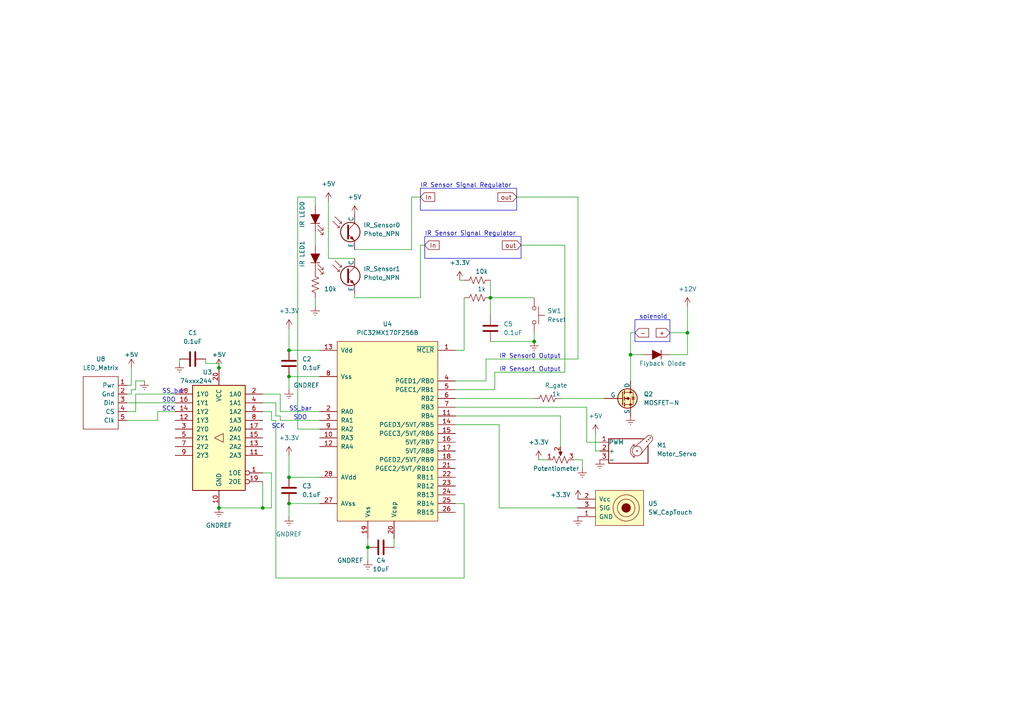
<source format=kicad_sch>
(kicad_sch (version 20230121) (generator eeschema)
  (paper "A4")
  (lib_symbols
    (symbol "ME218_BaseLib:74xxx244" (pin_names (offset 1.016))
      (property "Reference" "U" (at -7.62 16.51 0))
      (property "Value" "74xxx244" (at -7.62 -16.51 0))
      (symbol "74xxx244_1_0"
        (polyline (pts (xy 1.27 0) (xy -1.27 1.27) (xy -1.27 -1.27) (xy 1.27 0)) (stroke (width 0.1524)))
        (pin input inverted (at -12.7 -10.16 0) (length 5.08) (name "1OE") (number "1"))
        (pin power_in line (at 0 -20.32 90) (length 5.08) (name "GND") (number "10"))
        (pin input line (at -12.7 -5.08 0) (length 5.08) (name "2A3") (number "11"))
        (pin output line (at 12.7 5.08 180) (length 5.08) (name "1Y3") (number "12"))
        (pin input line (at -12.7 -2.54 0) (length 5.08) (name "2A2") (number "13"))
        (pin output line (at 12.7 7.62 180) (length 5.08) (name "1Y2") (number "14"))
        (pin input line (at -12.7 0 0) (length 5.08) (name "2A1") (number "15"))
        (pin output line (at 12.7 10.16 180) (length 5.08) (name "1Y1") (number "16"))
        (pin input line (at -12.7 2.54 0) (length 5.08) (name "2A0") (number "17"))
        (pin output line (at 12.7 12.7 180) (length 5.08) (name "1Y0") (number "18"))
        (pin input inverted (at -12.7 -12.7 0) (length 5.08) (name "2OE") (number "19"))
        (pin input line (at -12.7 12.7 0) (length 5.08) (name "1A0") (number "2"))
        (pin power_in line (at 0 20.32 270) (length 5.08) (name "VCC") (number "20"))
        (pin output line (at 12.7 2.54 180) (length 5.08) (name "2Y0") (number "3"))
        (pin input line (at -12.7 10.16 0) (length 5.08) (name "1A1") (number "4"))
        (pin output line (at 12.7 0 180) (length 5.08) (name "2Y1") (number "5"))
        (pin input line (at -12.7 7.62 0) (length 5.08) (name "1A2") (number "6"))
        (pin output line (at 12.7 -2.54 180) (length 5.08) (name "2Y2") (number "7"))
        (pin input line (at -12.7 5.08 0) (length 5.08) (name "1A3") (number "8"))
        (pin output line (at 12.7 -5.08 180) (length 5.08) (name "2Y3") (number "9"))
      )
      (symbol "74xxx244_1_1"
        (rectangle (start -7.62 15.24) (end 7.62 -15.24) (stroke (width 0.254)) (fill (type background)))
      )
    )
    (symbol "ME218_BaseLib:Cap" (pin_numbers hide) (pin_names (offset 0.254))
      (property "Reference" "C" (at 0.635 2.54 0))
      (property "Value" "Cap" (at 0.635 -2.54 0))
      (symbol "Cap_0_1"
        (polyline (pts (xy -2.032 -0.762) (xy 2.032 -0.762)) (stroke (width 0.508)))
        (polyline (pts (xy -2.032 0.762) (xy 2.032 0.762)) (stroke (width 0.508)))
      )
      (symbol "Cap_1_1"
        (pin passive line (at 0 3.81 270) (length 2.794) (name "~") (number "1"))
        (pin passive line (at 0 -3.81 90) (length 2.794) (name "~") (number "2"))
      )
    )
    (symbol "ME218_BaseLib:Diode" (pin_numbers hide) (pin_names (offset 1.016) hide)
      (property "Reference" "D" (at 0 2.54 0))
      (property "Value" "Diode" (at 0 -2.54 0))
      (symbol "Diode_0_1"
        (polyline (pts (xy -1.27 1.27) (xy -1.27 -1.27)) (stroke (width 0.2032)))
        (polyline (pts (xy 1.27 0) (xy -1.27 0)))
        (polyline (pts (xy 1.27 1.27) (xy 1.27 -1.27) (xy -1.27 0) (xy 1.27 1.27)) (stroke (width 0.2032)) (fill (type outline)))
      )
      (symbol "Diode_1_1"
        (pin passive line (at -3.81 0 0) (length 2.54) (name "K") (number "1"))
        (pin passive line (at 3.81 0 180) (length 2.54) (name "A") (number "2"))
      )
    )
    (symbol "ME218_BaseLib:LED" (pin_numbers hide) (pin_names (offset 1.016) hide)
      (property "Reference" "D" (at 0 2.54 0))
      (property "Value" "LED" (at 0 -2.54 0))
      (symbol "LED_0_1"
        (polyline (pts (xy -1.27 -1.27) (xy -1.27 1.27)) (stroke (width 0.2032)))
        (polyline (pts (xy -1.27 0) (xy 1.27 0)))
        (polyline (pts (xy 1.27 -1.27) (xy 1.27 1.27) (xy -1.27 0) (xy 1.27 -1.27)) (stroke (width 0.2032)) (fill (type outline)))
        (polyline (pts (xy -3.048 -0.762) (xy -4.572 -2.286) (xy -3.81 -2.286) (xy -4.572 -2.286) (xy -4.572 -1.524)))
        (polyline (pts (xy -1.778 -0.762) (xy -3.302 -2.286) (xy -2.54 -2.286) (xy -3.302 -2.286) (xy -3.302 -1.524)))
      )
      (symbol "LED_1_1"
        (pin passive line (at -3.81 0 0) (length 2.54) (name "K") (number "1"))
        (pin passive line (at 3.81 0 180) (length 2.54) (name "A") (number "2"))
      )
    )
    (symbol "ME218_BaseLib:LED_Matrix" (pin_names (offset 1.016))
      (property "Reference" "U" (at 1.27 17.78 0))
      (property "Value" "LED_Matrix" (at 5.08 0 0))
      (symbol "LED_Matrix_0_1"
        (rectangle (start 0 16.51) (end 10.16 1.27))
      )
      (symbol "LED_Matrix_1_1"
        (pin power_in line (at 12.7 13.97 180) (length 2.54) (name "Pwr") (number "1"))
        (pin power_in line (at 12.7 11.43 180) (length 2.54) (name "Gnd") (number "2"))
        (pin input line (at 12.7 8.89 180) (length 2.54) (name "Din") (number "3"))
        (pin input line (at 12.7 6.35 180) (length 2.54) (name "CS") (number "4"))
        (pin input line (at 12.7 3.81 180) (length 2.54) (name "Clk") (number "5"))
      )
    )
    (symbol "ME218_BaseLib:MCP6294"
      (property "Reference" "U" (at 1.27 5.08 0))
      (property "Value" "MCP6294" (at 3.81 -5.08 0))
      (symbol "MCP6294_0_1"
        (polyline (pts (xy -5.08 5.08) (xy 5.08 0) (xy -5.08 -5.08) (xy -5.08 5.08)) (stroke (width 0.1524)) (fill (type background)))
        (pin power_in line (at -2.54 -7.62 90) (length 3.81) (name "V-") (number "11"))
        (pin power_in line (at -2.54 7.62 270) (length 3.81) (name "V+") (number "4"))
      )
      (symbol "MCP6294_1_1"
        (pin output line (at 7.62 0 180) (length 2.54) (name "~") (number "1"))
        (pin input line (at -7.62 2.54 0) (length 2.54) (name "-") (number "2"))
        (pin input line (at -7.62 -2.54 0) (length 2.54) (name "+") (number "3"))
      )
      (symbol "MCP6294_2_1"
        (pin input line (at -7.62 -2.54 0) (length 2.54) (name "+") (number "5"))
        (pin input line (at -7.62 2.54 0) (length 2.54) (name "-") (number "6"))
        (pin output line (at 7.62 0 180) (length 2.54) (name "~") (number "7"))
      )
      (symbol "MCP6294_3_1"
        (pin input line (at -7.62 -2.54 0) (length 2.54) (name "+") (number "10"))
        (pin output line (at 7.62 0 180) (length 2.54) (name "~") (number "8"))
        (pin input line (at -7.62 2.54 0) (length 2.54) (name "-") (number "9"))
      )
      (symbol "MCP6294_4_1"
        (pin input line (at -7.62 -2.54 0) (length 2.54) (name "+") (number "12"))
        (pin input line (at -7.62 2.54 0) (length 2.54) (name "-") (number "13"))
        (pin output line (at 7.62 0 180) (length 2.54) (name "~") (number "14"))
      )
    )
    (symbol "ME218_BaseLib:MOSFET-N" (pin_numbers hide) (pin_names (offset 0))
      (property "Reference" "Q" (at 5.08 1.27 0))
      (property "Value" "MOSFET-N" (at 5.08 -1.27 0))
      (symbol "MOSFET-N_0_1"
        (polyline (pts (xy 0.0508 0) (xy 0.254 0)))
        (polyline (pts (xy 0.762 -1.778) (xy 2.54 -1.778)))
        (polyline (pts (xy 0.762 -1.27) (xy 0.762 -2.286)) (stroke (width 0.254)))
        (polyline (pts (xy 0.762 0) (xy 2.54 0)))
        (polyline (pts (xy 0.762 0.508) (xy 0.762 -0.508)) (stroke (width 0.254)))
        (polyline (pts (xy 0.762 1.778) (xy 2.54 1.778)))
        (polyline (pts (xy 0.762 2.286) (xy 0.762 1.27)) (stroke (width 0.254)))
        (polyline (pts (xy 2.54 -1.778) (xy 2.54 -2.54)))
        (polyline (pts (xy 2.54 -1.778) (xy 2.54 0)))
        (polyline (pts (xy 2.54 2.54) (xy 2.54 1.778)))
        (polyline (pts (xy 0.254 1.905) (xy 0.254 -1.905) (xy 0.254 -1.905)) (stroke (width 0.254)))
        (polyline (pts (xy 1.016 0) (xy 2.032 0.381) (xy 2.032 -0.381) (xy 1.016 0)) (fill (type outline)))
        (polyline (pts (xy 2.54 -1.778) (xy 3.302 -1.778) (xy 3.302 1.778) (xy 2.54 1.778)))
        (polyline (pts (xy 2.794 0.508) (xy 2.921 0.381) (xy 3.683 0.381) (xy 3.81 0.254)))
        (polyline (pts (xy 3.302 0.381) (xy 2.921 -0.254) (xy 3.683 -0.254) (xy 3.302 0.381)))
        (circle (center 1.651 0) (radius 2.8194) (stroke (width 0.254)) (fill (type background)))
        (circle (center 2.54 -1.778) (radius 0.2794) (fill (type outline)))
        (circle (center 2.54 1.778) (radius 0.2794) (fill (type outline)))
      )
      (symbol "MOSFET-N_1_1"
        (pin passive line (at 2.54 5.08 270) (length 2.54) (name "D") (number "1"))
        (pin input line (at -5.08 0 0) (length 5.08) (name "G") (number "2"))
        (pin passive line (at 2.54 -5.08 90) (length 2.54) (name "S") (number "3"))
      )
    )
    (symbol "ME218_BaseLib:Motor_Servo" (pin_names (offset 0.0254))
      (property "Reference" "M" (at -5.08 4.445 0))
      (property "Value" "Motor_Servo" (at -5.08 -4.064 0))
      (symbol "Motor_Servo_0_1"
        (polyline (pts (xy 2.413 -1.778) (xy 2.032 -1.778)))
        (polyline (pts (xy 2.413 -1.778) (xy 2.286 -1.397)))
        (polyline (pts (xy 2.413 1.778) (xy 1.905 1.778)))
        (polyline (pts (xy 2.413 1.778) (xy 2.286 1.397)))
        (polyline (pts (xy 6.35 4.445) (xy 2.54 1.27)))
        (polyline (pts (xy 7.62 3.175) (xy 4.191 -1.016)))
        (polyline (pts (xy 5.08 3.556) (xy -5.08 3.556) (xy -5.08 -3.556) (xy 6.35 -3.556) (xy 6.35 1.524)) (stroke (width 0.254)))
        (arc (start 2.413 1.778) (mid 1.2406 0) (end 2.413 -1.778))
        (circle (center 3.175 0) (radius 0.1778))
        (circle (center 3.175 0) (radius 1.4224))
        (circle (center 5.969 2.794) (radius 0.127))
        (circle (center 6.477 3.302) (radius 0.127))
        (circle (center 6.985 3.81) (radius 0.127))
        (arc (start 7.62 3.175) (mid 7.4485 4.2735) (end 6.35 4.445))
      )
      (symbol "Motor_Servo_1_1"
        (pin passive line (at -7.62 2.54 0) (length 2.54) (name "PWM") (number "1"))
        (pin passive line (at -7.62 0 0) (length 2.54) (name "+") (number "2"))
        (pin passive line (at -7.62 -2.54 0) (length 2.54) (name "-") (number "3"))
      )
    )
    (symbol "ME218_BaseLib:PIC32MX170F256B" (pin_names (offset 1.016))
      (property "Reference" "U" (at -20.32 25.4 0))
      (property "Value" "PIC32MX170F256B" (at -7.62 25.4 0))
      (symbol "PIC32MX170F256B_0_1"
        (rectangle (start -21.59 24.13) (end 7.62 -27.94) (fill (type background)))
      )
      (symbol "PIC32MX170F256B_1_1"
        (pin input line (at 12.7 21.59 180) (length 5.08) (name "~{MCLR}") (number "1"))
        (pin bidirectional line (at -26.67 -3.81 0) (length 5.08) (name "RA3") (number "10"))
        (pin bidirectional line (at 12.7 2.54 180) (length 5.08) (name "RB4") (number "11"))
        (pin bidirectional line (at -26.67 -6.35 0) (length 5.08) (name "RA4") (number "12"))
        (pin power_in line (at -26.67 21.59 0) (length 5.08) (name "Vdd") (number "13"))
        (pin bidirectional line (at 12.7 0 180) (length 5.08) (name "PGED3/5VT/RB5") (number "14"))
        (pin bidirectional line (at 12.7 -2.54 180) (length 5.08) (name "PGEC3/5VT/RB6") (number "15"))
        (pin bidirectional line (at 12.7 -5.08 180) (length 5.08) (name "5VT/RB7") (number "16"))
        (pin bidirectional line (at 12.7 -7.62 180) (length 5.08) (name "5VT/RB8") (number "17"))
        (pin bidirectional line (at 12.7 -10.16 180) (length 5.08) (name "PGED2/5VT/RB9") (number "18"))
        (pin power_in line (at -12.7 -33.02 90) (length 5.08) (name "Vss") (number "19"))
        (pin bidirectional line (at -26.67 3.81 0) (length 5.08) (name "RA0") (number "2"))
        (pin input line (at -5.08 -33.02 90) (length 5.08) (name "Vcap") (number "20"))
        (pin bidirectional line (at 12.7 -12.7 180) (length 5.08) (name "PGEC2/5VT/RB10") (number "21"))
        (pin bidirectional line (at 12.7 -15.24 180) (length 5.08) (name "RB11") (number "22"))
        (pin bidirectional line (at 12.7 -17.78 180) (length 5.08) (name "RB12") (number "23"))
        (pin bidirectional line (at 12.7 -20.32 180) (length 5.08) (name "RB13") (number "24"))
        (pin bidirectional line (at 12.7 -22.86 180) (length 5.08) (name "RB14") (number "25"))
        (pin bidirectional line (at 12.7 -25.4 180) (length 5.08) (name "RB15") (number "26"))
        (pin power_in line (at -26.67 -22.86 0) (length 5.08) (name "AVss") (number "27"))
        (pin power_in line (at -26.67 -15.24 0) (length 5.08) (name "AVdd") (number "28"))
        (pin bidirectional line (at -26.67 1.27 0) (length 5.08) (name "RA1") (number "3"))
        (pin bidirectional line (at 12.7 12.7 180) (length 5.08) (name "PGED1/RB0") (number "4"))
        (pin bidirectional line (at 12.7 10.16 180) (length 5.08) (name "PGEC1/RB1") (number "5"))
        (pin bidirectional line (at 12.7 7.62 180) (length 5.08) (name "RB2") (number "6"))
        (pin bidirectional line (at 12.7 5.08 180) (length 5.08) (name "RB3") (number "7"))
        (pin power_in line (at -26.67 13.97 0) (length 5.08) (name "Vss") (number "8"))
        (pin bidirectional line (at -26.67 -1.27 0) (length 5.08) (name "RA2") (number "9"))
      )
    )
    (symbol "ME218_BaseLib:Photo_NPN" (pin_numbers hide) (pin_names (offset 0))
      (property "Reference" "Q" (at 5.08 1.27 0))
      (property "Value" "Photo_NPN" (at 5.08 -1.27 0))
      (symbol "Photo_NPN_0_1"
        (polyline (pts (xy -1.905 1.27) (xy -2.54 1.27)))
        (polyline (pts (xy -1.27 2.54) (xy -1.905 2.54)))
        (polyline (pts (xy 0.635 0.635) (xy 2.54 2.54)))
        (polyline (pts (xy -3.81 3.175) (xy -1.905 1.27) (xy -1.905 1.905)))
        (polyline (pts (xy -3.175 4.445) (xy -1.27 2.54) (xy -1.27 3.175)))
        (polyline (pts (xy 0.635 -0.635) (xy 2.54 -2.54) (xy 2.54 -2.54)))
        (polyline (pts (xy 0.635 1.905) (xy 0.635 -1.905) (xy 0.635 -1.905)) (stroke (width 0.508)))
        (polyline (pts (xy 1.27 -1.778) (xy 1.778 -1.27) (xy 2.286 -2.286) (xy 1.27 -1.778) (xy 1.27 -1.778)) (fill (type outline)))
        (circle (center 1.27 0) (radius 2.8194) (stroke (width 0.254)))
      )
      (symbol "Photo_NPN_1_1"
        (pin passive line (at 2.54 5.08 270) (length 2.54) (name "C") (number "1"))
        (pin passive line (at 2.54 -5.08 90) (length 2.54) (name "E") (number "2"))
      )
    )
    (symbol "ME218_BaseLib:RPot1" (pin_names (offset 1.016) hide)
      (property "Reference" "RV" (at -4.445 0 90))
      (property "Value" "RPot1" (at -2.54 0 90))
      (symbol "RPot1_0_1"
        (polyline (pts (xy 0 -2.286) (xy 0 -2.54)))
        (polyline (pts (xy 0 2.54) (xy 0 2.286)))
        (polyline (pts (xy 2.54 0) (xy 1.524 0)))
        (polyline (pts (xy 1.143 0) (xy 2.286 0.508) (xy 2.286 -0.508) (xy 1.143 0)) (fill (type outline)))
        (polyline (pts (xy 0 -0.762) (xy 1.016 -1.143) (xy 0 -1.524) (xy -1.016 -1.905) (xy 0 -2.286)))
        (polyline (pts (xy 0 0.762) (xy 1.016 0.381) (xy 0 0) (xy -1.016 -0.381) (xy 0 -0.762)))
        (polyline (pts (xy 0 2.286) (xy 1.016 1.905) (xy 0 1.524) (xy -1.016 1.143) (xy 0 0.762)))
      )
      (symbol "RPot1_1_1"
        (pin passive line (at 0 3.81 270) (length 1.27) (name "1") (number "1"))
        (pin passive line (at 3.81 0 180) (length 1.27) (name "2") (number "2"))
        (pin passive line (at 0 -3.81 90) (length 1.27) (name "3") (number "3"))
      )
    )
    (symbol "ME218_BaseLib:Res1" (pin_numbers hide) (pin_names (offset 0))
      (property "Reference" "R" (at 2.54 0 90))
      (property "Value" "Res1" (at -2.54 0 90))
      (symbol "Res1_0_1"
        (polyline (pts (xy 0 -2.286) (xy 0 -2.54)))
        (polyline (pts (xy 0 2.286) (xy 0 2.54)))
        (polyline (pts (xy 0 -0.762) (xy 1.016 -1.143) (xy 0 -1.524) (xy -1.016 -1.905) (xy 0 -2.286)))
        (polyline (pts (xy 0 0.762) (xy 1.016 0.381) (xy 0 0) (xy -1.016 -0.381) (xy 0 -0.762)))
        (polyline (pts (xy 0 2.286) (xy 1.016 1.905) (xy 0 1.524) (xy -1.016 1.143) (xy 0 0.762)))
      )
      (symbol "Res1_1_1"
        (pin passive line (at 0 3.81 270) (length 1.27) (name "~") (number "1"))
        (pin passive line (at 0 -3.81 90) (length 1.27) (name "~") (number "2"))
      )
    )
    (symbol "ME218_BaseLib:SW-PB" (pin_numbers hide) (pin_names (offset 1.016) hide)
      (property "Reference" "SW" (at 1.27 2.54 0))
      (property "Value" "SW-PB" (at 0 -1.524 0))
      (symbol "SW-PB_0_1"
        (circle (center -2.032 0) (radius 0.508))
        (polyline (pts (xy 0 1.27) (xy 0 3.048)))
        (polyline (pts (xy 2.54 1.27) (xy -2.54 1.27)))
        (circle (center 2.032 0) (radius 0.508))
        (pin passive line (at -5.08 0 0) (length 2.54) (name "1") (number "1"))
        (pin passive line (at 5.08 0 180) (length 2.54) (name "2") (number "2"))
      )
    )
    (symbol "ME218_BaseLib:SW_CapTouch" (pin_names (offset 1.016))
      (property "Reference" "U" (at -3.81 6.35 0))
      (property "Value" "SW_CapTouch" (at 2.54 -6.35 0))
      (symbol "SW_CapTouch_0_1"
        (rectangle (start -5.08 5.08) (end 8.89 -5.08) (fill (type background)))
        (circle (center 3.81 0) (radius 1.27) (fill (type outline)))
        (circle (center 3.81 0) (radius 2.54))
        (circle (center 3.81 0) (radius 3.81))
      )
      (symbol "SW_CapTouch_1_1"
        (pin power_in line (at -10.16 -2.54 0) (length 5.08) (name "GND") (number "1"))
        (pin power_in line (at -10.16 2.54 0) (length 5.08) (name "Vcc") (number "2"))
        (pin output line (at -10.16 0 0) (length 5.08) (name "SIG") (number "3"))
      )
    )
    (symbol "power:+12V" (power) (pin_names (offset 0))
      (property "Value" "+12V" (at 0 3.556 0))
      (symbol "+12V_0_1"
        (polyline (pts (xy -0.762 1.27) (xy 0 2.54)))
        (polyline (pts (xy 0 0) (xy 0 2.54)))
        (polyline (pts (xy 0 2.54) (xy 0.762 1.27)))
      )
      (symbol "+12V_1_1"
        (pin power_in line (at 0 0 90) (length 0) hide (name "+12V") (number "1"))
      )
    )
    (symbol "power:+3.3V" (power) (pin_names (offset 0))
      (property "Value" "+3.3V" (at 0 3.556 0))
      (symbol "+3.3V_0_1"
        (polyline (pts (xy -0.762 1.27) (xy 0 2.54)))
        (polyline (pts (xy 0 0) (xy 0 2.54)))
        (polyline (pts (xy 0 2.54) (xy 0.762 1.27)))
      )
      (symbol "+3.3V_1_1"
        (pin power_in line (at 0 0 90) (length 0) hide (name "+3.3V") (number "1"))
      )
    )
    (symbol "power:+5V" (power) (pin_names (offset 0))
      (property "Value" "+5V" (at 0 3.556 0))
      (symbol "+5V_0_1"
        (polyline (pts (xy -0.762 1.27) (xy 0 2.54)))
        (polyline (pts (xy 0 0) (xy 0 2.54)))
        (polyline (pts (xy 0 2.54) (xy 0.762 1.27)))
      )
      (symbol "+5V_1_1"
        (pin power_in line (at 0 0 90) (length 0) hide (name "+5V") (number "1"))
      )
    )
    (symbol "power:GNDREF" (power) (pin_names (offset 0))
      (property "Value" "GNDREF" (at 0 -3.81 0))
      (symbol "GNDREF_0_1"
        (polyline (pts (xy -0.635 -1.905) (xy 0.635 -1.905)))
        (polyline (pts (xy -0.127 -2.54) (xy 0.127 -2.54)))
        (polyline (pts (xy 0 -1.27) (xy 0 0)))
        (polyline (pts (xy 1.27 -1.27) (xy -1.27 -1.27)))
      )
      (symbol "GNDREF_1_1"
        (pin power_in line (at 0 0 270) (length 0) hide (name "GNDREF") (number "1"))
      )
    )
  )
  (junction (at 83.82 146.05))
  (junction (at 359.41 50.8))
  (junction (at 334.01 66.04))
  (junction (at 106.68 158.75))
  (junction (at 379.73 68.58))
  (junction (at 379.73 71.12))
  (junction (at 416.56 67.31))
  (junction (at 398.78 57.15))
  (junction (at 154.94 99.06))
  (junction (at 346.71 50.8))
  (junction (at 365.76 63.5))
  (junction (at 412.75 67.31))
  (junction (at 351.79 50.8))
  (junction (at 63.5 106.68))
  (junction (at 199.39 96.52))
  (junction (at 63.5 147.32))
  (junction (at 83.82 138.43))
  (junction (at 76.2 147.32))
  (junction (at 379.73 63.5))
  (junction (at 182.88 102.87))
  (junction (at 83.82 101.6))
  (junction (at 142.24 86.36))
  (junction (at 393.7 68.58))
  (junction (at 83.82 109.22))
  (wire (pts (xy 91.44 88.9) (xy 91.44 86.36)))
  (wire (pts (xy 36.83 114.3) (xy 38.1 114.3)))
  (wire (pts (xy 59.69 105.41) (xy 63.5 105.41)))
  (wire (pts (xy 132.08 120.65) (xy 162.56 120.65)))
  (wire (pts (xy 142.24 99.06) (xy 154.94 99.06)))
  (wire (pts (xy 38.1 113.03) (xy 39.37 113.03)))
  (wire (pts (xy 121.92 71.12) (xy 123.19 71.12)))
  (wire (pts (xy 172.72 130.81) (xy 173.99 130.81)))
  (wire (pts (xy 45.72 119.38) (xy 50.8 119.38)))
  (wire (pts (xy 83.82 113.03) (xy 83.82 109.22)))
  (wire (pts (xy 81.28 120.65) (xy 80.01 120.65)))
  (wire (pts (xy 379.73 71.12) (xy 379.73 68.58)))
  (wire (pts (xy 83.82 146.05) (xy 92.71 146.05)))
  (wire (pts (xy 134.62 167.64) (xy 134.62 146.05)))
  (wire (pts (xy 80.01 121.92) (xy 78.74 121.92)))
  (wire (pts (xy 154.94 96.52) (xy 154.94 99.06)))
  (wire (pts (xy 132.08 110.49) (xy 140.97 110.49)))
  (wire (pts (xy 194.31 96.52) (xy 199.39 96.52)))
  (wire (pts (xy 76.2 139.7) (xy 76.2 147.32)))
  (wire (pts (xy 38.1 111.76) (xy 38.1 106.68)))
  (wire (pts (xy 80.01 116.84) (xy 76.2 116.84)))
  (wire (pts (xy 83.82 138.43) (xy 83.82 132.08)))
  (wire (pts (xy 416.56 67.31) (xy 412.75 67.31)))
  (wire (pts (xy 39.37 114.3) (xy 50.8 114.3)))
  (wire (pts (xy 162.56 115.57) (xy 175.26 115.57)))
  (wire (pts (xy 182.88 102.87) (xy 186.69 102.87)))
  (wire (pts (xy 102.87 72.39) (xy 119.38 72.39)))
  (wire (pts (xy 393.7 83.82) (xy 397.51 83.82)))
  (wire (pts (xy 144.78 147.32) (xy 144.78 123.19)))
  (wire (pts (xy 365.76 50.8) (xy 365.76 63.5)))
  (wire (pts (xy 334.01 66.04) (xy 350.52 66.04)))
  (wire (pts (xy 405.13 83.82) (xy 412.75 83.82)))
  (wire (pts (xy 78.74 137.16) (xy 78.74 147.32)))
  (wire (pts (xy 339.09 50.8) (xy 346.71 50.8)))
  (wire (pts (xy 102.87 86.36) (xy 121.92 86.36)))
  (wire (pts (xy 170.18 118.11) (xy 170.18 128.27)))
  (wire (pts (xy 38.1 114.3) (xy 38.1 113.03)))
  (wire (pts (xy 102.87 85.09) (xy 102.87 86.36)))
  (wire (pts (xy 134.62 86.36) (xy 134.62 101.6)))
  (wire (pts (xy 412.75 83.82) (xy 412.75 67.31)))
  (wire (pts (xy 199.39 102.87) (xy 199.39 96.52)))
  (wire (pts (xy 416.56 64.77) (xy 416.56 67.31)))
  (wire (pts (xy 81.28 114.3) (xy 81.28 119.38)))
  (wire (pts (xy 132.08 115.57) (xy 154.94 115.57)))
  (wire (pts (xy 39.37 119.38) (xy 36.83 119.38)))
  (wire (pts (xy 134.62 101.6) (xy 132.08 101.6)))
  (wire (pts (xy 140.97 104.14) (xy 167.64 104.14)))
  (wire (pts (xy 162.56 120.65) (xy 162.56 129.54)))
  (wire (pts (xy 83.82 101.6) (xy 83.82 95.25)))
  (wire (pts (xy 39.37 113.03) (xy 39.37 110.49)))
  (wire (pts (xy 167.64 147.32) (xy 144.78 147.32)))
  (wire (pts (xy 102.87 74.93) (xy 95.25 74.93)))
  (wire (pts (xy 95.25 58.42) (xy 95.25 74.93)))
  (wire (pts (xy 134.62 146.05) (xy 132.08 146.05)))
  (wire (pts (xy 166.37 133.35) (xy 168.91 133.35)))
  (wire (pts (xy 182.88 96.52) (xy 184.15 96.52)))
  (wire (pts (xy 398.78 57.15) (xy 416.56 57.15)))
  (wire (pts (xy 81.28 121.92) (xy 81.28 120.65)))
  (wire (pts (xy 359.41 40.64) (xy 359.41 50.8)))
  (wire (pts (xy 80.01 121.92) (xy 80.01 167.64)))
  (wire (pts (xy 142.24 91.44) (xy 142.24 86.36)))
  (wire (pts (xy 39.37 114.3) (xy 39.37 119.38)))
  (wire (pts (xy 151.13 71.12) (xy 163.83 71.12)))
  (wire (pts (xy 398.78 57.15) (xy 398.78 58.42)))
  (wire (pts (xy 45.72 119.38) (xy 45.72 121.92)))
  (wire (pts (xy 36.83 111.76) (xy 38.1 111.76)))
  (wire (pts (xy 379.73 62.23) (xy 379.73 63.5)))
  (wire (pts (xy 142.24 81.28) (xy 142.24 86.36)))
  (wire (pts (xy 45.72 121.92) (xy 36.83 121.92)))
  (wire (pts (xy 78.74 121.92) (xy 78.74 119.38)))
  (wire (pts (xy 114.3 156.21) (xy 114.3 158.75)))
  (wire (pts (xy 119.38 57.15) (xy 121.92 57.15)))
  (wire (pts (xy 379.73 52.07) (xy 379.73 54.61)))
  (wire (pts (xy 63.5 105.41) (xy 63.5 106.68)))
  (wire (pts (xy 39.37 110.49) (xy 41.91 110.49)))
  (wire (pts (xy 167.64 57.15) (xy 167.64 104.14)))
  (wire (pts (xy 346.71 50.8) (xy 346.71 60.96)))
  (wire (pts (xy 199.39 96.52) (xy 199.39 88.9)))
  (wire (pts (xy 86.36 57.15) (xy 86.36 124.46)))
  (wire (pts (xy 76.2 137.16) (xy 78.74 137.16)))
  (wire (pts (xy 149.86 57.15) (xy 167.64 57.15)))
  (wire (pts (xy 379.73 68.58) (xy 393.7 68.58)))
  (wire (pts (xy 106.68 156.21) (xy 106.68 158.75)))
  (wire (pts (xy 140.97 110.49) (xy 140.97 104.14)))
  (wire (pts (xy 81.28 114.3) (xy 76.2 114.3)))
  (wire (pts (xy 351.79 40.64) (xy 351.79 50.8)))
  (wire (pts (xy 163.83 107.95) (xy 143.51 107.95)))
  (wire (pts (xy 379.73 63.5) (xy 393.7 63.5)))
  (wire (pts (xy 355.6 58.42) (xy 355.6 55.88)))
  (wire (pts (xy 92.71 121.92) (xy 81.28 121.92)))
  (wire (pts (xy 83.82 109.22) (xy 92.71 109.22)))
  (wire (pts (xy 143.51 107.95) (xy 143.51 113.03)))
  (wire (pts (xy 168.91 133.35) (xy 168.91 135.89)))
  (wire (pts (xy 80.01 167.64) (xy 134.62 167.64)))
  (wire (pts (xy 78.74 119.38) (xy 76.2 119.38)))
  (wire (pts (xy 121.92 86.36) (xy 121.92 71.12)))
  (wire (pts (xy 142.24 86.36) (xy 154.94 86.36)))
  (wire (pts (xy 182.88 102.87) (xy 182.88 96.52)))
  (wire (pts (xy 91.44 59.69) (xy 91.44 57.15)))
  (wire (pts (xy 132.08 113.03) (xy 143.51 113.03)))
  (wire (pts (xy 379.73 68.58) (xy 379.73 63.5)))
  (wire (pts (xy 393.7 83.82) (xy 393.7 68.58)))
  (wire (pts (xy 182.88 110.49) (xy 182.88 102.87)))
  (wire (pts (xy 76.2 147.32) (xy 63.5 147.32)))
  (wire (pts (xy 416.56 67.31) (xy 422.91 67.31)))
  (wire (pts (xy 172.72 125.73) (xy 172.72 130.81)))
  (wire (pts (xy 81.28 119.38) (xy 92.71 119.38)))
  (wire (pts (xy 83.82 138.43) (xy 92.71 138.43)))
  (wire (pts (xy 134.62 81.28) (xy 133.35 81.28)))
  (wire (pts (xy 83.82 101.6) (xy 92.71 101.6)))
  (wire (pts (xy 144.78 123.19) (xy 132.08 123.19)))
  (wire (pts (xy 91.44 67.31) (xy 91.44 71.12)))
  (wire (pts (xy 412.75 67.31) (xy 408.94 67.31)))
  (wire (pts (xy 106.68 162.56) (xy 106.68 158.75)))
  (wire (pts (xy 83.82 149.86) (xy 83.82 146.05)))
  (wire (pts (xy 346.71 50.8) (xy 351.79 50.8)))
  (wire (pts (xy 91.44 57.15) (xy 86.36 57.15)))
  (wire (pts (xy 59.69 104.14) (xy 59.69 105.41)))
  (wire (pts (xy 36.83 116.84) (xy 50.8 116.84)))
  (wire (pts (xy 132.08 118.11) (xy 170.18 118.11)))
  (wire (pts (xy 86.36 124.46) (xy 92.71 124.46)))
  (wire (pts (xy 408.94 67.31) (xy 408.94 66.04)))
  (wire (pts (xy 339.09 40.64) (xy 339.09 50.8)))
  (wire (pts (xy 359.41 50.8) (xy 365.76 50.8)))
  (wire (pts (xy 346.71 60.96) (xy 350.52 60.96)))
  (wire (pts (xy 365.76 63.5) (xy 379.73 63.5)))
  (wire (pts (xy 80.01 120.65) (xy 80.01 116.84)))
  (wire (pts (xy 163.83 71.12) (xy 163.83 107.95)))
  (wire (pts (xy 78.74 147.32) (xy 76.2 147.32)))
  (wire (pts (xy 119.38 72.39) (xy 119.38 57.15)))
  (wire (pts (xy 170.18 128.27) (xy 173.99 128.27)))
  (wire (pts (xy 379.73 72.39) (xy 379.73 71.12)))
  (wire (pts (xy 194.31 102.87) (xy 199.39 102.87)))
  (wire (pts (xy 156.21 133.35) (xy 158.75 133.35)))
  (wire (pts (xy 52.07 105.41) (xy 52.07 104.14)))
  (rectangle (start 326.39 33.02) (end 429.26 87.63))
  (rectangle (start 129.54 140.97) (end 129.54 140.97))
  (rectangle (start 123.19 68.58) (end 151.13 74.93))
  (rectangle (start 121.92 54.61) (end 149.86 60.96))
  (rectangle (start 184.15 92.71) (end 194.31 99.06))
  (text "SS_bar\n" (at 46.99 114.3 0) (effects (font (size 1.27 1.27)) (justify left bottom)))
  (text "SDO" (at 85.09 121.92 0) (effects (font (size 1.27 1.27)) (justify left bottom)))
  (text "IR Sensor1 Output\n" (at 144.78 107.95 0) (effects (font (size 1.27 1.27)) (justify left bottom)))
  (text "SDO" (at 46.99 116.84 0) (effects (font (size 1.27 1.27)) (justify left bottom)))
  (text "IR Sensor0 Output\n" (at 144.78 104.14 0) (effects (font (size 1.27 1.27)) (justify left bottom)))
  (text "IR Sensor Signal Regulator\n" (at 123.19 68.58 0) (effects (font (size 1.27 1.27)) (justify left bottom)))
  (text "SCK\n" (at 46.99 119.38 0) (effects (font (size 1.27 1.27)) (justify left bottom)))
  (text "input\n" (at 340.36 43.18 0) (effects (font (size 1.27 1.27)) (justify left bottom)))
  (text "IR Sensor Signal Regulator\n" (at 363.22 31.75 0) (effects (font (size 1.27 1.27)) (justify left bottom)))
  (text "SS_bar\n" (at 83.82 119.38 0) (effects (font (size 1.27 1.27)) (justify left bottom)))
  (text "solenoid\n" (at 185.42 92.71 0) (effects (font (size 1.27 1.27)) (justify left bottom)))
  (text "SCK\n" (at 78.74 124.46 0) (effects (font (size 1.27 1.27)) (justify left bottom)))
  (text "IR Sensor Signal Regulator\n" (at 121.92 54.61 0) (effects (font (size 1.27 1.27)) (justify left bottom)))
  (label "output" (at 421.64 66.04 0))
  (global_label "+" (shape input) (at 194.31 96.52 180) (property "Intersheetrefs" "${INTERSHEET_REFS}" (effects hide)))
  (global_label "-" (shape input) (at 184.15 96.52 0) (property "Intersheetrefs" "${INTERSHEET_REFS}" (effects hide)))
  (global_label "In" (shape input) (at 123.19 71.12 0) (property "Intersheetrefs" "${INTERSHEET_REFS}" (effects hide)))
  (global_label "out" (shape input) (at 149.86 57.15 180) (property "Intersheetrefs" "${INTERSHEET_REFS}" (effects hide)))
  (global_label "In" (shape input) (at 121.92 57.15 0) (property "Intersheetrefs" "${INTERSHEET_REFS}" (effects hide)))
  (global_label "out" (shape input) (at 151.13 71.12 180) (property "Intersheetrefs" "${INTERSHEET_REFS}" (effects hide)))
  (symbol (lib_id "ME218_BaseLib:Res1") (at 355.6 50.8 90) (unit 1)
    (property "Reference" "R5" (at 355.6 44.45 90))
    (property "Value" "330k" (at 355.6 46.99 90))
  )
  (symbol (lib_id "power:+5V") (at 63.5 106.68 0) (unit 1)
    (property "Reference" "#PWR010" (effects hide))
    (property "Value" "+5V" (at 63.5 102.87 0))
  )
  (symbol (lib_id "power:+5V") (at 398.78 57.15 0) (unit 1)
    (property "Reference" "#PWR023" (effects hide))
    (property "Value" "+3.3V" (at 398.78 53.34 0))
  )
  (symbol (lib_id "ME218_BaseLib:Motor_Servo") (at 181.61 130.81 0) (unit 1)
    (property "Reference" "M1" (at 190.5 129.1066 0) (effects (justify left)))
    (property "Value" "Motor_Servo" (at 190.5 131.6466 0) (effects (justify left)))
  )
  (symbol (lib_id "power:GNDREF") (at 154.94 99.06 0) (unit 1)
    (property "Reference" "#PWR018" (effects hide))
    (property "Value" "GNDREF" (effects hide))
  )
  (symbol (lib_id "ME218_BaseLib:Photo_NPN") (at 100.33 80.01 0) (unit 1)
    (property "Reference" "IR_Sensor1" (at 105.41 77.9907 0) (effects (justify left)))
    (property "Value" "Photo_NPN" (at 105.41 80.5307 0) (effects (justify left)))
  )
  (symbol (lib_id "power:GNDREF") (at 106.68 162.56 0) (unit 1)
    (property "Reference" "#PWR016" (effects hide))
    (property "Value" "GNDREF" (at 101.6 162.56 0))
  )
  (symbol (lib_id "ME218_BaseLib:SW_CapTouch") (at 177.8 147.32 0) (unit 1)
    (property "Reference" "U5" (at 187.96 146.05 0) (effects (justify left)))
    (property "Value" "SW_CapTouch" (at 187.96 148.59 0) (effects (justify left)))
  )
  (symbol (lib_id "power:+5V") (at 102.87 62.23 0) (unit 1)
    (property "Reference" "#PWR029" (effects hide))
    (property "Value" "+5V" (at 102.87 57.15 0))
  )
  (symbol (lib_id "power:GNDREF") (at 379.73 78.74 0) (unit 1)
    (property "Reference" "#PWR09" (effects hide))
    (property "Value" "GNDREF" (at 379.73 83.82 0))
  )
  (symbol (lib_id "ME218_BaseLib:Cap") (at 142.24 95.25 180) (unit 1)
    (property "Reference" "C5" (at 146.05 93.9799 0) (effects (justify right)))
    (property "Value" "0.1uF" (at 146.05 96.5199 0) (effects (justify right)))
  )
  (symbol (lib_id "ME218_BaseLib:Cap") (at 83.82 142.24 180) (unit 1)
    (property "Reference" "C3" (at 87.63 140.9699 0) (effects (justify right)))
    (property "Value" "0.1uF" (at 87.63 143.5099 0) (effects (justify right)))
  )
  (symbol (lib_id "ME218_BaseLib:Photo_NPN") (at 100.33 67.31 0) (unit 1)
    (property "Reference" "IR_Sensor0" (at 105.41 65.2907 0) (effects (justify left)))
    (property "Value" "Photo_NPN" (at 105.41 67.8307 0) (effects (justify left)))
  )
  (symbol (lib_id "ME218_BaseLib:Res1") (at 355.6 40.64 90) (unit 1)
    (property "Reference" "R4" (at 355.6 34.29 90))
    (property "Value" "330k" (at 355.6 36.83 90))
  )
  (symbol (lib_id "power:GNDREF") (at 52.07 105.41 0) (unit 1)
    (property "Reference" "#PWR024" (effects hide))
    (property "Value" "GNDREF" (effects hide))
  )
  (symbol (lib_id "power:+3.3V") (at 83.82 95.25 0) (unit 1)
    (property "Reference" "#PWR012" (effects hide))
    (property "Value" "+3.3V" (at 83.82 90.17 0))
  )
  (symbol (lib_id "ME218_BaseLib:Res1") (at 334.01 62.23 180) (unit 1)
    (property "Reference" "R2" (at 336.55 61.595 0) (effects (justify right)))
    (property "Value" "10k" (at 336.55 64.135 0) (effects (justify right)))
  )
  (symbol (lib_id "power:+12V") (at 199.39 88.9 0) (unit 1)
    (property "Reference" "#PWR02" (effects hide))
    (property "Value" "+12V" (at 199.39 83.82 0))
  )
  (symbol (lib_id "power:+5V") (at 355.6 58.42 0) (unit 1)
    (property "Reference" "#PWR06" (effects hide))
    (property "Value" "+5V" (at 355.6 53.34 0))
  )
  (symbol (lib_id "power:+5V") (at 95.25 58.42 0) (unit 1)
    (property "Reference" "#PWR028" (effects hide))
    (property "Value" "+5V" (at 95.25 53.34 0))
  )
  (symbol (lib_id "ME218_BaseLib:Diode") (at 190.5 102.87 180) (unit 1)
    (property "Reference" "D1" (effects hide))
    (property "Value" "Flyback Diode" (at 185.42 105.41 0) (effects (justify right)))
  )
  (symbol (lib_id "ME218_BaseLib:MCP6294") (at 358.14 63.5 0) (unit 1)
    (property "Reference" "U1" (at 369.57 59.3091 0))
    (property "Value" "MCP6294" (at 369.57 61.8491 0))
  )
  (symbol (lib_id "ME218_BaseLib:RPot1") (at 162.56 133.35 90) (unit 1)
    (property "Reference" "RV1" (effects hide))
    (property "Value" "Potentiometer" (at 161.29 135.89 90))
  )
  (symbol (lib_id "ME218_BaseLib:Res1") (at 416.56 60.96 0) (unit 1)
    (property "Reference" "R_pull1" (at 419.1 59.69 0) (effects (justify left)))
    (property "Value" "3.3k" (at 419.1 62.865 0) (effects (justify left)))
  )
  (symbol (lib_id "power:GNDREF") (at 355.6 71.12 0) (unit 1)
    (property "Reference" "#PWR07" (effects hide))
    (property "Value" "GNDREF" (at 355.6 76.2 0))
  )
  (symbol (lib_id "power:+3.3V") (at 133.35 81.28 0) (unit 1)
    (property "Reference" "#PWR017" (effects hide))
    (property "Value" "+3.3V" (at 133.35 76.2 0))
  )
  (symbol (lib_id "power:+3.3V") (at 156.21 133.35 0) (unit 1)
    (property "Reference" "#PWR020" (effects hide))
    (property "Value" "+3.3V" (at 156.21 128.27 0))
  )
  (symbol (lib_id "ME218_BaseLib:Res1") (at 379.73 58.42 0) (unit 1)
    (property "Reference" "R6" (at 375.92 55.88 0) (effects (justify left)))
    (property "Value" "22k" (at 382.27 60.325 0) (effects (justify left)))
  )
  (symbol (lib_id "ME218_BaseLib:Res1") (at 138.43 81.28 90) (unit 1)
    (property "Reference" "R9" (effects hide))
    (property "Value" "10k" (at 139.7 78.74 90))
  )
  (symbol (lib_id "ME218_BaseLib:LED") (at 91.44 63.5 90) (unit 1)
    (property "Reference" "D3" (effects hide))
    (property "Value" "IR LED0" (at 87.63 62.23 0))
  )
  (symbol (lib_id "power:+3.3V") (at 83.82 132.08 0) (unit 1)
    (property "Reference" "#PWR014" (effects hide))
    (property "Value" "+3.3V" (at 83.82 127 0))
  )
  (symbol (lib_id "power:GNDREF") (at 173.99 133.35 0) (unit 1)
    (property "Reference" "#PWR031" (effects hide))
    (property "Value" "GNDREF" (effects hide))
  )
  (symbol (lib_id "ME218_BaseLib:Cap") (at 110.49 158.75 90) (unit 1)
    (property "Reference" "C4" (at 110.49 162.56 90))
    (property "Value" "10uF" (at 110.49 165.1 90))
  )
  (symbol (lib_id "ME218_BaseLib:Res1") (at 91.44 82.55 0) (unit 1)
    (property "Reference" "R1" (effects hide))
    (property "Value" "10k" (at 93.98 83.82 0) (effects (justify left)))
  )
  (symbol (lib_id "ME218_BaseLib:Cap") (at 83.82 105.41 180) (unit 1)
    (property "Reference" "C2" (at 87.63 104.1399 0) (effects (justify right)))
    (property "Value" "0.1uF" (at 87.63 106.6799 0) (effects (justify right)))
  )
  (symbol (lib_id "power:GNDREF") (at 83.82 149.86 0) (unit 1)
    (property "Reference" "#PWR015" (effects hide))
    (property "Value" "GNDREF" (at 83.82 154.94 0))
  )
  (symbol (lib_id "power:GNDREF") (at 83.82 113.03 0) (unit 1)
    (property "Reference" "#PWR013" (effects hide))
    (property "Value" "GNDREF" (at 88.9 111.76 0))
  )
  (symbol (lib_id "ME218_BaseLib:74xxx244") (at 63.5 127 0) (mirror y) (unit 1)
    (property "Reference" "U3" (at 61.5441 107.95 0) (effects (justify left)))
    (property "Value" "74xxx244" (at 61.5441 110.49 0) (effects (justify left)))
  )
  (symbol (lib_id "ME218_BaseLib:SW-PB") (at 154.94 91.44 270) (unit 1)
    (property "Reference" "SW1" (at 158.75 90.1699 90) (effects (justify left)))
    (property "Value" "Reset" (at 158.75 92.7099 90) (effects (justify left)))
  )
  (symbol (lib_id "power:+5V") (at 172.72 125.73 0) (unit 1)
    (property "Reference" "#PWR032" (effects hide))
    (property "Value" "+5V" (at 172.72 120.65 0))
  )
  (symbol (lib_id "power:GNDREF") (at 182.88 120.65 0) (unit 1)
    (property "Reference" "#PWR01" (effects hide))
    (property "Value" "GNDREF" (effects hide))
  )
  (symbol (lib_id "ME218_BaseLib:Res1") (at 401.32 83.82 90) (unit 1)
    (property "Reference" "R8" (at 401.32 86.36 90))
    (property "Value" "100k" (at 401.32 81.28 90))
  )
  (symbol (lib_id "power:GNDREF") (at 168.91 135.89 0) (unit 1)
    (property "Reference" "#PWR019" (effects hide))
    (property "Value" "GNDREF" (effects hide))
  )
  (symbol (lib_id "power:+3.3V") (at 167.64 144.78 0) (unit 1)
    (property "Reference" "#PWR025" (effects hide))
    (property "Value" "+3.3V" (at 162.56 143.51 0))
  )
  (symbol (lib_id "power:GNDREF") (at 63.5 147.32 0) (unit 1)
    (property "Reference" "#PWR011" (effects hide))
    (property "Value" "GNDREF" (at 63.5 152.4 0))
  )
  (symbol (lib_id "ME218_BaseLib:Cap") (at 55.88 104.14 90) (unit 1)
    (property "Reference" "C1" (at 55.88 96.52 90))
    (property "Value" "0.1uF" (at 55.88 99.06 90))
  )
  (symbol (lib_id "ME218_BaseLib:LED_Matrix") (at 24.13 125.73 0) (unit 1)
    (property "Reference" "U8" (at 29.21 104.14 0))
    (property "Value" "LED_Matrix" (at 29.21 106.68 0))
  )
  (symbol (lib_id "power:GNDREF") (at 334.01 73.66 0) (unit 1)
    (property "Reference" "#PWR05" (effects hide))
    (property "Value" "GNDREF" (at 334.01 78.74 0))
  )
  (symbol (lib_id "ME218_BaseLib:Res1") (at 158.75 115.57 90) (unit 1)
    (property "Reference" "R_gate" (at 161.29 111.76 90))
    (property "Value" "1k" (at 161.29 114.3 90))
  )
  (symbol (lib_id "ME218_BaseLib:MOSFET-N") (at 180.34 115.57 0) (unit 1)
    (property "Reference" "Q2" (at 186.69 114.3 0) (effects (justify left)))
    (property "Value" "MOSFET-N" (at 186.69 116.84 0) (effects (justify left)))
  )
  (symbol (lib_id "power:GNDREF") (at 91.44 88.9 0) (unit 1)
    (property "Reference" "#PWR03" (effects hide))
    (property "Value" "GNDREF" (effects hide))
  )
  (symbol (lib_id "power:GNDREF") (at 167.64 149.86 0) (unit 1)
    (property "Reference" "#PWR026" (effects hide))
    (property "Value" "GNDREF" (effects hide))
  )
  (symbol (lib_id "power:GNDREF") (at 398.78 73.66 0) (unit 1)
    (property "Reference" "#PWR027" (effects hide))
    (property "Value" "GNDREF" (at 398.78 78.74 0))
  )
  (symbol (lib_id "power:+5V") (at 38.1 106.68 0) (unit 1)
    (property "Reference" "#PWR021" (effects hide))
    (property "Value" "+5V" (at 38.1 102.87 0))
  )
  (symbol (lib_id "ME218_BaseLib:LED") (at 91.44 74.93 90) (unit 1)
    (property "Reference" "D2" (effects hide))
    (property "Value" "IR LED1" (at 87.63 73.66 0))
  )
  (symbol (lib_id "ME218_BaseLib:Res1") (at 138.43 86.36 90) (unit 1)
    (property "Reference" "R11" (effects hide))
    (property "Value" "1k" (at 139.7 83.82 90))
  )
  (symbol (lib_id "power:GNDREF") (at 41.91 110.49 0) (unit 1)
    (property "Reference" "#PWR022" (effects hide))
    (property "Value" "GNDREF" (effects hide))
  )
  (symbol (lib_id "ME218_BaseLib:Res1") (at 334.01 69.85 180) (unit 1)
    (property "Reference" "R3" (at 336.55 69.215 0) (effects (justify right)))
    (property "Value" "10k" (at 336.55 71.755 0) (effects (justify right)))
  )
  (symbol (lib_id "ME218_BaseLib:Res1") (at 379.73 74.93 0) (unit 1)
    (property "Reference" "R7" (at 375.92 74.93 0) (effects (justify left)))
    (property "Value" "22k" (at 382.27 74.93 0) (effects (justify left)))
  )
  (symbol (lib_id "ME218_BaseLib:PIC32MX170F256B") (at 119.38 123.19 0) (unit 1)
    (property "Reference" "U4" (at 112.395 93.98 0))
    (property "Value" "PIC32MX170F256B" (at 112.395 96.52 0))
  )
  (symbol (lib_id "ME218_BaseLib:MCP6294") (at 401.32 66.04 0) (unit 1)
    (property "Reference" "U2" (at 402.59 60.96 0))
    (property "Value" "Comparator" (at 405.13 62.23 0))
  )
  (symbol (lib_id "power:+5V") (at 379.73 52.07 0) (unit 1)
    (property "Reference" "#PWR08" (effects hide))
    (property "Value" "+3.3V" (at 379.73 46.99 0))
  )
  (symbol (lib_id "power:+5V") (at 334.01 58.42 0) (unit 1)
    (property "Reference" "#PWR04" (effects hide))
    (property "Value" "+5V" (at 334.01 53.34 0))
  )
)
</source>
